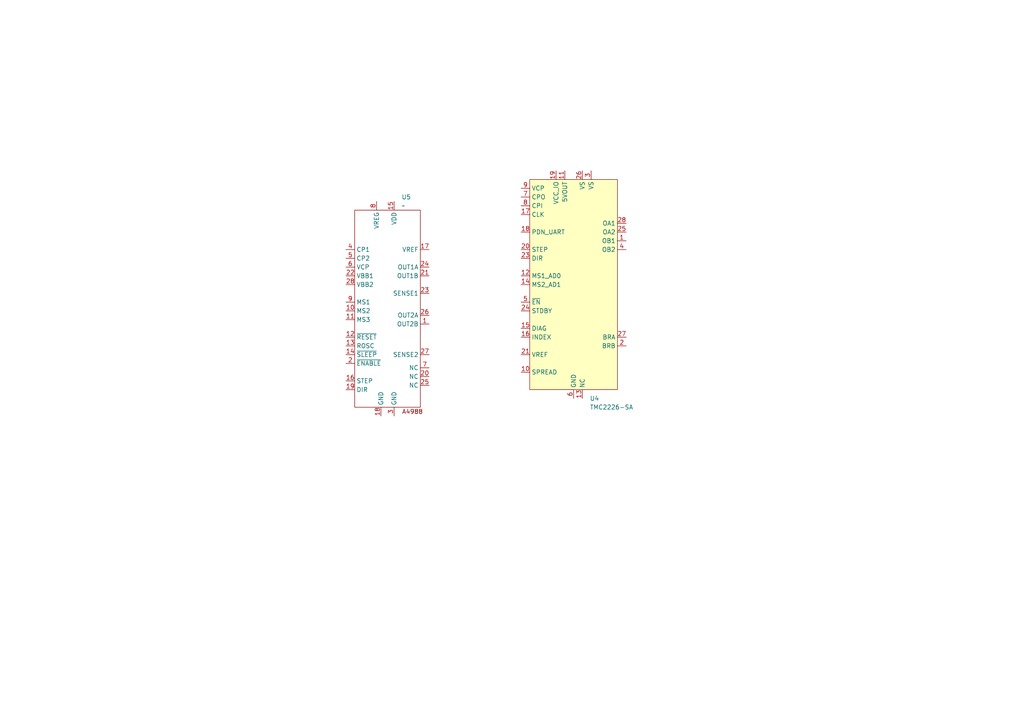
<source format=kicad_sch>
(kicad_sch (version 20250114) (generator "eeschema") (generator_version "9.0")
  (paper "A4")
  (lib_symbols
    (symbol "Driver_Motor:TMC2226-SA"
      (property "Reference" "U" (at 0 0 0))
      (property "Value" "TMC2226-SA" (at 5.08 -2.54 0))
      (symbol "TMC2226-SA_1_1"
        (rectangle (start -12.7 30.48) (end 12.7 -30.48) (fill (type background)))
        (pin passive line (at -15.24 27.94 0) (length 2.54) (name "VCP") (number "9"))
        (pin input line (at -15.24 25.4 0) (length 2.54) (name "CPO") (number "7"))
        (pin input line (at -15.24 22.86 0) (length 2.54) (name "CPI") (number "8"))
        (pin input line (at -15.24 20.32 0) (length 2.54) (name "CLK") (number "17"))
        (pin bidirectional line (at -15.24 15.24 0) (length 2.54) (name "PDN_UART") (number "18"))
        (pin input line (at -15.24 10.16 0) (length 2.54) (name "STEP") (number "20"))
        (pin input line (at -15.24 7.62 0) (length 2.54) (name "DIR") (number "23"))
        (pin input line (at -15.24 2.54 0) (length 2.54) (name "MS1_AD0") (number "12"))
        (pin input line (at -15.24 0 0) (length 2.54) (name "MS2_AD1") (number "14"))
        (pin input line (at -15.24 -5.08 0) (length 2.54) (name "~{EN}") (number "5"))
        (pin input line (at -15.24 -7.62 0) (length 2.54) (name "STDBY") (number "24"))
        (pin output line (at -15.24 -12.7 0) (length 2.54) (name "DIAG") (number "15"))
        (pin output line (at -15.24 -15.24 0) (length 2.54) (name "INDEX") (number "16"))
        (pin passive line (at -15.24 -20.32 0) (length 2.54) (name "VREF") (number "21"))
        (pin input line (at -15.24 -25.4 0) (length 2.54) (name "SPREAD") (number "10"))
        (pin power_in line (at -5.08 33.02 270) (length 2.54) (name "VCC_IO") (number "19"))
        (pin power_out line (at -2.54 33.02 270) (length 2.54) (name "5VOUT") (number "11"))
        (pin passive line (at 0 -33.02 90) (length 2.54) (hide yes) (name "GND") (number "22"))
        (pin passive line (at 0 -33.02 90) (length 2.54) (hide yes) (name "GND") (number "29"))
        (pin power_in line (at 0 -33.02 90) (length 2.54) (name "GND") (number "6"))
        (pin power_in line (at 2.54 33.02 270) (length 2.54) (name "VS") (number "26"))
        (pin passive line (at 2.54 -33.02 90) (length 2.54) (name "NC") (number "13"))
        (pin power_in line (at 5.08 33.02 270) (length 2.54) (name "VS") (number "3"))
        (pin output line (at 15.24 17.78 180) (length 2.54) (name "OA1") (number "28"))
        (pin output line (at 15.24 15.24 180) (length 2.54) (name "OA2") (number "25"))
        (pin output line (at 15.24 12.7 180) (length 2.54) (name "OB1") (number "1"))
        (pin output line (at 15.24 10.16 180) (length 2.54) (name "OB2") (number "4"))
        (pin passive line (at 15.24 -15.24 180) (length 2.54) (name "BRA") (number "27"))
        (pin passive line (at 15.24 -17.78 180) (length 2.54) (name "BRB") (number "2"))
      )
    )
    (symbol "a4988_symbol:A4988"
      (property "Reference" "U" (at 0 0 0))
      (symbol "A4988_0_1"
        (rectangle (start -8.89 19.05) (end 10.16 -38.1))
      )
      (symbol "A4988_1_1"
        (text "A4988\n" (at 7.874 -39.37 0) (effects (font (size 1.27 1.27))))
        (pin input line (at -11.43 7.62 0) (length 2.54) (name "CP1") (number "4"))
        (pin input line (at -11.43 5.08 0) (length 2.54) (name "CP2") (number "5"))
        (pin input line (at -11.43 2.54 0) (length 2.54) (name "VCP") (number "6"))
        (pin input line (at -11.43 0 0) (length 2.54) (name "VBB1") (number "22"))
        (pin input line (at -11.43 -2.54 0) (length 2.54) (name "VBB2") (number "28"))
        (pin input line (at -11.43 -7.62 0) (length 2.54) (name "MS1") (number "9"))
        (pin input line (at -11.43 -10.16 0) (length 2.54) (name "MS2") (number "10"))
        (pin input line (at -11.43 -12.7 0) (length 2.54) (name "MS3") (number "11"))
        (pin input line (at -11.43 -17.78 0) (length 2.54) (name "~{RESET}") (number "12"))
        (pin input line (at -11.43 -20.32 0) (length 2.54) (name "ROSC") (number "13"))
        (pin input line (at -11.43 -22.86 0) (length 2.54) (name "~{SLEEP}") (number "14"))
        (pin input line (at -11.43 -25.4 0) (length 2.54) (name "~{ENABLE}") (number "2"))
        (pin input line (at -11.43 -30.48 0) (length 2.54) (name "STEP") (number "16"))
        (pin input line (at -11.43 -33.02 0) (length 2.54) (name "DIR") (number "19"))
        (pin passive line (at -2.54 21.59 270) (length 2.54) (name "VREG") (number "8"))
        (pin passive line (at -1.27 -40.64 90) (length 2.54) (name "GND") (number "18"))
        (pin passive line (at 2.54 21.59 270) (length 2.54) (name "VDD") (number "15"))
        (pin passive line (at 2.54 -40.64 90) (length 2.54) (name "GND") (number "3"))
        (pin passive line (at 12.7 7.62 180) (length 2.54) (name "VREF") (number "17"))
        (pin output line (at 12.7 2.54 180) (length 2.54) (name "OUT1A") (number "24"))
        (pin output line (at 12.7 0 180) (length 2.54) (name "OUT1B") (number "21"))
        (pin passive line (at 12.7 -5.08 180) (length 2.54) (name "SENSE1") (number "23"))
        (pin output line (at 12.7 -11.43 180) (length 2.54) (name "OUT2A") (number "26"))
        (pin output line (at 12.7 -13.97 180) (length 2.54) (name "OUT2B") (number "1"))
        (pin passive line (at 12.7 -22.86 180) (length 2.54) (name "SENSE2") (number "27"))
        (pin passive line (at 12.7 -26.67 180) (length 2.54) (name "NC") (number "7"))
        (pin passive line (at 12.7 -29.21 180) (length 2.54) (name "NC") (number "20"))
        (pin passive line (at 12.7 -31.75 180) (length 2.54) (name "NC") (number "25"))
      )
    )
  )
  (symbol (lib_id "a4988_symbol:A4988") (at 111.76 80.01 0) (unit 1)
    (property "Reference" "U5" (at 116.4433 57.15 0) (effects (justify left)))
    (property "Value" "~" (at 116.4433 59.69 0) (effects (justify left)))
  )
  (symbol (lib_id "Driver_Motor:TMC2226-SA") (at 166.37 82.55 0) (unit 1)
    (property "Reference" "U4" (at 171.0533 115.57 0) (effects (justify left)))
    (property "Value" "TMC2226-SA" (at 171.0533 118.11 0) (effects (justify left)))
    (property "Footprint" "Package_SO:HTSSOP-28-1EP_4.4x9.7mm_P0.65mm_EP2.75x6.2mm_ThermalVias" (effects (hide yes)))
    (property "Datasheet" "https://www.trinamic.com/fileadmin/assets/Products/ICs_Documents/TMC2226_datasheet_rev1.10.pdf" (effects (hide yes)))
    (property "Description" "Power Driver For Stepper Motors, 2.0A, 4.75-29V, HTSSOP-28" (effects (hide yes)))
  )
)
</source>
